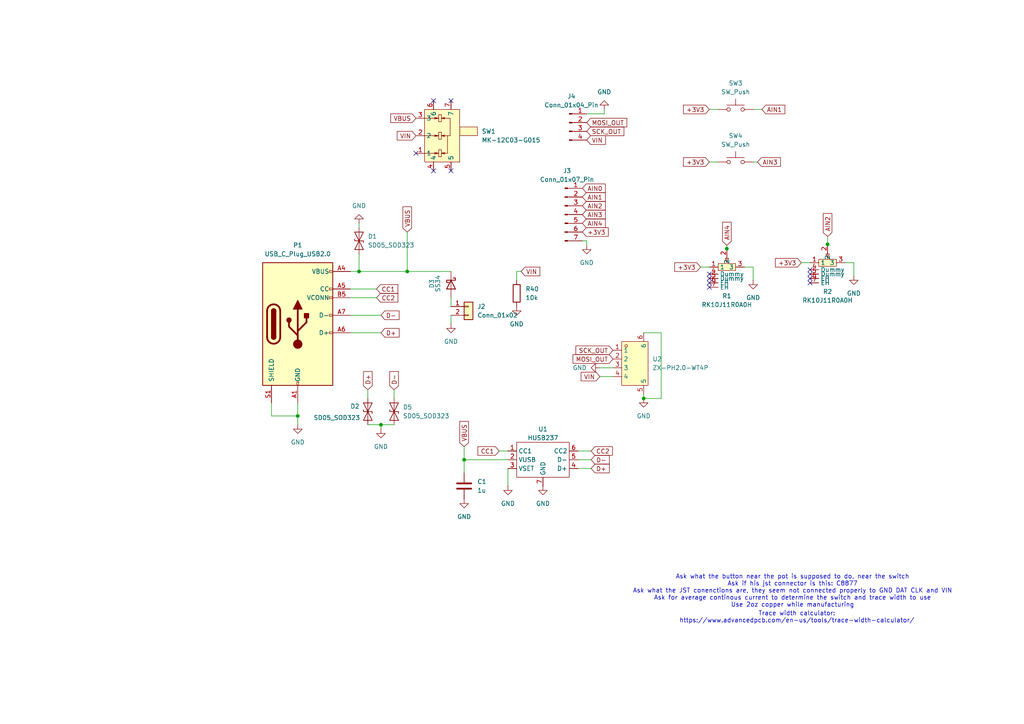
<source format=kicad_sch>
(kicad_sch (version 20250114) (generator "eeschema") (generator_version "9.0")
  (paper "A4")
  (lib_symbols
    (symbol "Connector:Conn_01x04_Pin" (pin_names (offset 1.016) (hide yes))
      (property "Reference" "J" (at 0 5.08 0))
      (property "Value" "Conn_01x04_Pin" (at 0 -7.62 0))
      (symbol "Conn_01x04_Pin_1_1"
        (rectangle (start 0.8636 2.667) (end 0 2.413) (stroke (width 0.1524)) (fill (type outline)))
        (rectangle (start 0.8636 0.127) (end 0 -0.127) (stroke (width 0.1524)) (fill (type outline)))
        (rectangle (start 0.8636 -2.413) (end 0 -2.667) (stroke (width 0.1524)) (fill (type outline)))
        (rectangle (start 0.8636 -4.953) (end 0 -5.207) (stroke (width 0.1524)) (fill (type outline)))
        (polyline (pts (xy 1.27 2.54) (xy 0.8636 2.54)) (stroke (width 0.1524)))
        (polyline (pts (xy 1.27 0) (xy 0.8636 0)) (stroke (width 0.1524)))
        (polyline (pts (xy 1.27 -2.54) (xy 0.8636 -2.54)) (stroke (width 0.1524)))
        (polyline (pts (xy 1.27 -5.08) (xy 0.8636 -5.08)) (stroke (width 0.1524)))
        (pin passive line (at 5.08 2.54 180) (length 3.81) (name "Pin_1") (number "1"))
        (pin passive line (at 5.08 0 180) (length 3.81) (name "Pin_2") (number "2"))
        (pin passive line (at 5.08 -2.54 180) (length 3.81) (name "Pin_3") (number "3"))
        (pin passive line (at 5.08 -5.08 180) (length 3.81) (name "Pin_4") (number "4"))
      )
    )
    (symbol "Connector:Conn_01x07_Pin" (pin_names (offset 1.016) (hide yes))
      (property "Reference" "J" (at 0 10.16 0))
      (property "Value" "Conn_01x07_Pin" (at 0 -10.16 0))
      (symbol "Conn_01x07_Pin_1_1"
        (rectangle (start 0.8636 7.747) (end 0 7.493) (stroke (width 0.1524)) (fill (type outline)))
        (rectangle (start 0.8636 5.207) (end 0 4.953) (stroke (width 0.1524)) (fill (type outline)))
        (rectangle (start 0.8636 2.667) (end 0 2.413) (stroke (width 0.1524)) (fill (type outline)))
        (rectangle (start 0.8636 0.127) (end 0 -0.127) (stroke (width 0.1524)) (fill (type outline)))
        (rectangle (start 0.8636 -2.413) (end 0 -2.667) (stroke (width 0.1524)) (fill (type outline)))
        (rectangle (start 0.8636 -4.953) (end 0 -5.207) (stroke (width 0.1524)) (fill (type outline)))
        (rectangle (start 0.8636 -7.493) (end 0 -7.747) (stroke (width 0.1524)) (fill (type outline)))
        (polyline (pts (xy 1.27 7.62) (xy 0.8636 7.62)) (stroke (width 0.1524)))
        (polyline (pts (xy 1.27 5.08) (xy 0.8636 5.08)) (stroke (width 0.1524)))
        (polyline (pts (xy 1.27 2.54) (xy 0.8636 2.54)) (stroke (width 0.1524)))
        (polyline (pts (xy 1.27 0) (xy 0.8636 0)) (stroke (width 0.1524)))
        (polyline (pts (xy 1.27 -2.54) (xy 0.8636 -2.54)) (stroke (width 0.1524)))
        (polyline (pts (xy 1.27 -5.08) (xy 0.8636 -5.08)) (stroke (width 0.1524)))
        (polyline (pts (xy 1.27 -7.62) (xy 0.8636 -7.62)) (stroke (width 0.1524)))
        (pin passive line (at 5.08 7.62 180) (length 3.81) (name "Pin_1") (number "1"))
        (pin passive line (at 5.08 5.08 180) (length 3.81) (name "Pin_2") (number "2"))
        (pin passive line (at 5.08 2.54 180) (length 3.81) (name "Pin_3") (number "3"))
        (pin passive line (at 5.08 0 180) (length 3.81) (name "Pin_4") (number "4"))
        (pin passive line (at 5.08 -2.54 180) (length 3.81) (name "Pin_5") (number "5"))
        (pin passive line (at 5.08 -5.08 180) (length 3.81) (name "Pin_6") (number "6"))
        (pin passive line (at 5.08 -7.62 180) (length 3.81) (name "Pin_7") (number "7"))
      )
    )
    (symbol "Connector:USB_C_Plug_USB2.0" (pin_names (offset 1.016))
      (property "Reference" "P" (at -10.16 19.05 0))
      (property "Value" "USB_C_Plug_USB2.0" (at 12.7 19.05 0))
      (symbol "USB_C_Plug_USB2.0_0_0"
        (rectangle (start -0.254 -17.78) (end 0.254 -16.764))
        (rectangle (start 10.16 15.494) (end 9.144 14.986))
        (rectangle (start 10.16 10.414) (end 9.144 9.906))
        (rectangle (start 10.16 7.874) (end 9.144 7.366))
        (rectangle (start 10.16 2.794) (end 9.144 2.286))
        (rectangle (start 10.16 -2.286) (end 9.144 -2.794))
      )
      (symbol "USB_C_Plug_USB2.0_0_1"
        (rectangle (start -10.16 17.78) (end 10.16 -17.78) (stroke (width 0.254)) (fill (type background)))
        (polyline (pts (xy -8.89 -3.81) (xy -8.89 3.81)) (stroke (width 0.508)))
        (rectangle (start -7.62 -3.81) (end -6.35 3.81) (stroke (width 0.254)) (fill (type outline)))
        (arc (start -7.62 3.81) (mid -6.985 4.4423) (end -6.35 3.81) (stroke (width 0.254)))
        (arc (start -7.62 3.81) (mid -6.985 4.4423) (end -6.35 3.81) (stroke (width 0.254)) (fill (type outline)))
        (arc (start -8.89 3.81) (mid -6.985 5.7067) (end -5.08 3.81) (stroke (width 0.508)))
        (arc (start -5.08 -3.81) (mid -6.985 -5.7067) (end -8.89 -3.81) (stroke (width 0.508)))
        (arc (start -6.35 -3.81) (mid -6.985 -4.4423) (end -7.62 -3.81) (stroke (width 0.254)))
        (arc (start -6.35 -3.81) (mid -6.985 -4.4423) (end -7.62 -3.81) (stroke (width 0.254)) (fill (type outline)))
        (polyline (pts (xy -5.08 3.81) (xy -5.08 -3.81)) (stroke (width 0.508)))
        (circle (center -2.54 1.143) (radius 0.635) (stroke (width 0.254)) (fill (type outline)))
        (polyline (pts (xy -1.27 4.318) (xy 0 6.858) (xy 1.27 4.318) (xy -1.27 4.318)) (stroke (width 0.254)) (fill (type outline)))
        (polyline (pts (xy 0 -2.032) (xy 2.54 0.508) (xy 2.54 1.778)) (stroke (width 0.508)))
        (polyline (pts (xy 0 -3.302) (xy -2.54 -0.762) (xy -2.54 0.508)) (stroke (width 0.508)))
        (polyline (pts (xy 0 -5.842) (xy 0 4.318)) (stroke (width 0.508)))
        (circle (center 0 -5.842) (radius 1.27) (fill (type outline)))
        (rectangle (start 1.905 1.778) (end 3.175 3.048) (stroke (width 0.254)) (fill (type outline)))
      )
      (symbol "USB_C_Plug_USB2.0_1_1"
        (pin passive line (at -7.62 -22.86 90) (length 5.08) (name "SHIELD") (number "S1"))
        (pin passive line (at 0 -22.86 90) (length 5.08) (name "GND") (number "A1"))
        (pin passive line (at 0 -22.86 90) (length 5.08) (hide yes) (name "GND") (number "A12"))
        (pin passive line (at 0 -22.86 90) (length 5.08) (hide yes) (name "GND") (number "B1"))
        (pin passive line (at 0 -22.86 90) (length 5.08) (hide yes) (name "GND") (number "B12"))
        (pin passive line (at 15.24 15.24 180) (length 5.08) (name "VBUS") (number "A4"))
        (pin passive line (at 15.24 15.24 180) (length 5.08) (hide yes) (name "VBUS") (number "A9"))
        (pin passive line (at 15.24 15.24 180) (length 5.08) (hide yes) (name "VBUS") (number "B4"))
        (pin passive line (at 15.24 15.24 180) (length 5.08) (hide yes) (name "VBUS") (number "B9"))
        (pin bidirectional line (at 15.24 10.16 180) (length 5.08) (name "CC") (number "A5"))
        (pin bidirectional line (at 15.24 7.62 180) (length 5.08) (name "VCONN") (number "B5"))
        (pin bidirectional line (at 15.24 2.54 180) (length 5.08) (name "D-") (number "A7"))
        (pin bidirectional line (at 15.24 -2.54 180) (length 5.08) (name "D+") (number "A6"))
      )
    )
    (symbol "Connector_Generic:Conn_01x02" (pin_names (offset 1.016) (hide yes))
      (property "Reference" "J" (at 0 2.54 0))
      (property "Value" "Conn_01x02" (at 0 -5.08 0))
      (symbol "Conn_01x02_1_1"
        (rectangle (start -1.27 1.27) (end 1.27 -3.81) (stroke (width 0.254)) (fill (type background)))
        (rectangle (start -1.27 0.127) (end 0 -0.127) (stroke (width 0.1524)))
        (rectangle (start -1.27 -2.413) (end 0 -2.667) (stroke (width 0.1524)))
        (pin passive line (at -5.08 0 0) (length 3.81) (name "Pin_1") (number "1"))
        (pin passive line (at -5.08 -2.54 0) (length 3.81) (name "Pin_2") (number "2"))
      )
    )
    (symbol "Device:C" (pin_numbers (hide yes)) (pin_names (offset 0.254))
      (property "Reference" "C" (at 0.635 2.54 0))
      (property "Value" "C" (at 0.635 -2.54 0))
      (symbol "C_0_1"
        (polyline (pts (xy -2.032 0.762) (xy 2.032 0.762)) (stroke (width 0.508)))
        (polyline (pts (xy -2.032 -0.762) (xy 2.032 -0.762)) (stroke (width 0.508)))
      )
      (symbol "C_1_1"
        (pin passive line (at 0 3.81 270) (length 2.794) (name "~") (number "1"))
        (pin passive line (at 0 -3.81 90) (length 2.794) (name "~") (number "2"))
      )
    )
    (symbol "Device:R" (pin_numbers (hide yes)) (pin_names (offset 0))
      (property "Reference" "R" (at 2.032 0 90))
      (property "Value" "R" (at 0 0 90))
      (symbol "R_0_1"
        (rectangle (start -1.016 -2.54) (end 1.016 2.54) (stroke (width 0.254)))
      )
      (symbol "R_1_1"
        (pin passive line (at 0 3.81 270) (length 1.27) (name "~") (number "1"))
        (pin passive line (at 0 -3.81 90) (length 1.27) (name "~") (number "2"))
      )
    )
    (symbol "Diode:SD05_SOD323" (pin_numbers (hide yes)) (pin_names (offset 1.016) (hide yes))
      (property "Reference" "D" (at 0 2.54 0))
      (property "Value" "SD05_SOD323" (at 0 -2.54 0))
      (symbol "SD05_SOD323_0_1"
        (polyline (pts (xy -2.54 -1.27) (xy 0 0) (xy -2.54 1.27) (xy -2.54 -1.27)) (stroke (width 0.2032)))
        (polyline (pts (xy 0.508 1.27) (xy 0 1.27) (xy 0 -1.27) (xy -0.508 -1.27)) (stroke (width 0.2032)))
        (polyline (pts (xy 1.27 0) (xy -1.27 0)))
        (polyline (pts (xy 2.54 1.27) (xy 2.54 -1.27) (xy 0 0) (xy 2.54 1.27)) (stroke (width 0.2032)))
      )
      (symbol "SD05_SOD323_1_1"
        (pin passive line (at -3.81 0 0) (length 2.54) (name "A1") (number "1"))
        (pin passive line (at 3.81 0 180) (length 2.54) (name "A2") (number "2"))
      )
    )
    (symbol "Diode:SS34" (pin_numbers (hide yes)) (pin_names (offset 1.016) (hide yes))
      (property "Reference" "D" (at 0 2.54 0))
      (property "Value" "SS34" (at 0 -2.54 0))
      (symbol "SS34_0_1"
        (polyline (pts (xy -1.905 0.635) (xy -1.905 1.27) (xy -1.27 1.27) (xy -1.27 -1.27) (xy -0.635 -1.27) (xy -0.635 -0.635)) (stroke (width 0.254)))
        (polyline (pts (xy 1.27 1.27) (xy 1.27 -1.27) (xy -1.27 0) (xy 1.27 1.27)) (stroke (width 0.254)))
        (polyline (pts (xy 1.27 0) (xy -1.27 0)))
      )
      (symbol "SS34_1_1"
        (pin passive line (at -3.81 0 0) (length 2.54) (name "K") (number "1"))
        (pin passive line (at 3.81 0 180) (length 2.54) (name "A") (number "2"))
      )
    )
    (symbol "Switch:SW_Push" (pin_numbers (hide yes)) (pin_names (offset 1.016) (hide yes))
      (property "Reference" "SW" (at 1.27 2.54 0))
      (property "Value" "SW_Push" (at 0 -1.524 0))
      (symbol "SW_Push_0_1"
        (circle (center -2.032 0) (radius 0.508))
        (polyline (pts (xy 0 1.27) (xy 0 3.048)))
        (circle (center 2.032 0) (radius 0.508))
        (polyline (pts (xy 2.54 1.27) (xy -2.54 1.27)))
        (pin passive line (at -5.08 0 0) (length 2.54) (name "1") (number "1"))
        (pin passive line (at 5.08 0 180) (length 2.54) (name "2") (number "2"))
      )
    )
    (symbol "easyeda2kicad:MK-12C03-G015"
      (property "Reference" "SW" (at 0 12.7 0))
      (property "Value" "MK-12C03-G015" (at 0 -7.62 0))
      (symbol "MK-12C03-G015_0_1"
        (rectangle (start -7.62 5.08) (end 7.62 -5.08) (fill (type background)))
        (rectangle (start -6.1 1.02) (end -4.06 0.25) (fill (type background)))
        (polyline (pts (xy -5.08 5.08) (xy -5.08 1.02) (xy -4.83 2.29)))
        (polyline (pts (xy -5.08 1.02) (xy -5.33 2.29)))
        (polyline (pts (xy -5.08 0.25) (xy -4.83 -0.76)))
        (rectangle (start -1.02 1.02) (end 1.02 0.25) (fill (type background)))
        (polyline (pts (xy 0 5.08) (xy 0 1.02) (xy 0.25 2.29)))
        (polyline (pts (xy 0 1.02) (xy -0.25 2.29)))
        (polyline (pts (xy 0 -1.52) (xy -5.08 -1.52) (xy -5.08 0) (xy -5.08 0.25) (xy -5.33 -0.76)))
        (rectangle (start 0 -5.08) (end 2.54 -10.16) (fill (type background)))
        (polyline (pts (xy 0.25 -0.76) (xy 0 0.25)))
        (rectangle (start 4.06 1.02) (end 6.1 0.25) (fill (type background)))
        (polyline (pts (xy 5.08 5.08) (xy 5.08 1.02) (xy 5.33 2.29)))
        (polyline (pts (xy 5.08 1.02) (xy 4.83 2.29)))
        (polyline (pts (xy 5.08 0.25) (xy 4.83 -0.76)))
        (polyline (pts (xy 5.08 0.25) (xy 5.33 -0.76)))
        (polyline (pts (xy 5.08 0.25) (xy 5.08 -2.29) (xy 0 -2.29) (xy 0 0.25) (xy -0.25 -0.76)))
        (pin unspecified line (at -10.16 2.54 0) (length 2.54) (name "4") (number "4"))
        (pin unspecified line (at -10.16 -2.54 0) (length 2.54) (name "5") (number "5"))
        (pin unspecified line (at -5.08 7.62 270) (length 2.54) (name "1") (number "1"))
        (pin unspecified line (at 0 7.62 270) (length 2.54) (name "2") (number "2"))
        (pin unspecified line (at 5.08 7.62 270) (length 2.54) (name "3") (number "3"))
        (pin unspecified line (at 10.16 2.54 180) (length 2.54) (name "6") (number "6"))
        (pin unspecified line (at 10.16 -2.54 180) (length 2.54) (name "7") (number "7"))
      )
    )
    (symbol "easyeda2kicad:RK10J11R0A0H"
      (property "Reference" "R" (at 0 8.64 0))
      (property "Value" "RK10J11R0A0H" (at 0 -12.7 0))
      (symbol "RK10J11R0A0H_0_1"
        (rectangle (start -2.54 -0.76) (end 2.54 -2.79) (fill (type background)))
        (polyline (pts (xy 0 -0.25) (xy 0 1.02)))
        (polyline (pts (xy 0.51 0.76) (xy 0 -0.51) (xy -0.51 0.76) (xy 0.51 0.76)) (fill (type background)))
        (pin input line (at -5.08 -1.78 0) (length 2.54) (name "1") (number "1"))
        (pin input line (at -5.08 -3.81 0) (length 2.54) (name "Dummy") (number "4"))
        (pin input line (at -5.08 -5.08 0) (length 2.54) (name "Dummy") (number "5"))
        (pin input line (at -5.08 -6.35 0) (length 2.54) (name "EH") (number "6"))
        (pin input line (at -5.08 -7.62 0) (length 2.54) (name "EH") (number "7"))
        (pin input line (at 0 3.56 270) (length 2.54) (name "2") (number "2"))
        (pin input line (at 5.08 -1.78 180) (length 2.54) (name "3") (number "3"))
      )
    )
    (symbol "easyeda2kicad:ZX-PH2.0-WT4P"
      (property "Reference" "U" (at 0 13.97 0))
      (property "Value" "ZX-PH2.0-WT4P" (at 0 -13.97 0))
      (symbol "ZX-PH2.0-WT4P_0_1"
        (rectangle (start -2.54 6.35) (end 5.08 -6.35) (fill (type background)))
        (circle (center -1.27 5.08) (radius 0.38))
        (pin unspecified line (at -5.08 3.81 0) (length 2.54) (name "1") (number "1"))
        (pin unspecified line (at -5.08 1.27 0) (length 2.54) (name "2") (number "2"))
        (pin unspecified line (at -5.08 -1.27 0) (length 2.54) (name "3") (number "3"))
        (pin unspecified line (at -5.08 -3.81 0) (length 2.54) (name "4") (number "4"))
        (pin unspecified line (at 3.81 8.89 270) (length 2.54) (name "6") (number "6"))
        (pin unspecified line (at 3.81 -8.89 90) (length 2.54) (name "5") (number "5"))
      )
    )
    (symbol "extra_components:HUSB237"
      (property "Reference" "U" (at 0 1.27 0))
      (symbol "HUSB237_0_1"
        (rectangle (start -7.62 5.08) (end 7.62 -5.08))
      )
      (symbol "HUSB237_1_1"
        (pin input line (at -10.16 2.54 0) (length 2.54) (name "CC1") (number "1"))
        (pin power_in line (at -10.16 0 0) (length 2.54) (name "VUSB") (number "2"))
        (pin tri_state line (at -10.16 -2.54 0) (length 2.54) (name "VSET") (number "3"))
        (pin power_out line (at 0 -7.62 90) (length 2.54) (name "GND") (number "7"))
        (pin input line (at 10.16 2.54 180) (length 2.54) (name "CC2") (number "6"))
        (pin input line (at 10.16 0 180) (length 2.54) (name "D-") (number "5"))
        (pin input line (at 10.16 -2.54 180) (length 2.54) (name "D+") (number "4"))
      )
    )
    (symbol "power:GND" (power) (pin_numbers (hide yes)) (pin_names (offset 0) (hide yes))
      (property "Value" "GND" (at 0 -3.81 0))
      (symbol "GND_0_1"
        (polyline (pts (xy 0 0) (xy 0 -1.27) (xy 1.27 -1.27) (xy 0 -2.54) (xy -1.27 -1.27) (xy 0 -1.27)))
      )
      (symbol "GND_1_1"
        (pin power_in line (at 0 0 270) (length 0) (name "~") (number "1"))
      )
    )
  )
  (text "Trace width calculator:\nhttps://www.advancedpcb.com/en-us/tools/trace-width-calculator/" (at 231.14 179.07 0) (effects (font (size 1.27 1.27))))
  (text "Ask what the button near the pot is supposed to do, near the switch\nAsk if his jst connector is this: C8877\nAsk what the JST conenctions are, they seem not connected properly to GND DAT CLK and VIN\nAsk for average continous current to determine the switch and trace width to use\nUse 2oz copper while manufacturing" (exclude_from_sim yes) (at 229.87 171.45 0) (effects (font (size 1.27 1.27))))
  (junction (at 240.03 70.86))
  (junction (at 210.82 72.13))
  (junction (at 134.62 133.35))
  (junction (at 118.11 78.74))
  (junction (at 110.49 123.19))
  (junction (at 104.14 78.74))
  (junction (at 86.36 120.65))
  (junction (at 186.69 115.57))
  (no_connect (at 234.95 80.77))
  (no_connect (at 120.65 44.45))
  (no_connect (at 125.73 29.21))
  (no_connect (at 130.81 29.21))
  (no_connect (at 130.81 49.53))
  (no_connect (at 234.95 79.5))
  (no_connect (at 234.95 82.04))
  (no_connect (at 234.95 78.23))
  (no_connect (at 205.74 83.31))
  (no_connect (at 125.73 49.53))
  (no_connect (at 205.74 82.04))
  (no_connect (at 205.74 79.5))
  (no_connect (at 205.74 80.77))
  (wire (pts (xy 240.03 68.58) (xy 240.03 70.86)))
  (wire (pts (xy 220.98 31.75) (xy 218.44 31.75)))
  (wire (pts (xy 78.74 116.84) (xy 78.74 120.65)))
  (wire (pts (xy 101.6 86.36) (xy 109.22 86.36)))
  (wire (pts (xy 191.77 115.57) (xy 186.69 115.57)))
  (wire (pts (xy 240.03 70.86) (xy 240.03 71.12)))
  (wire (pts (xy 247.65 76.2) (xy 247.65 80.01)))
  (wire (pts (xy 186.69 114.3) (xy 186.69 115.57)))
  (wire (pts (xy 147.32 135.89) (xy 147.32 140.97)))
  (wire (pts (xy 110.49 123.19) (xy 110.49 124.46)))
  (wire (pts (xy 130.81 86.36) (xy 130.81 88.9)))
  (wire (pts (xy 210.82 71.12) (xy 210.82 72.13)))
  (wire (pts (xy 218.44 46.99) (xy 219.71 46.99)))
  (wire (pts (xy 215.9 77.47) (xy 218.44 77.47)))
  (wire (pts (xy 205.74 31.75) (xy 208.28 31.75)))
  (wire (pts (xy 144.78 130.81) (xy 147.32 130.81)))
  (wire (pts (xy 203.2 77.47) (xy 205.74 77.47)))
  (wire (pts (xy 104.14 73.66) (xy 104.14 78.74)))
  (wire (pts (xy 175.26 33.02) (xy 175.26 31.75)))
  (wire (pts (xy 191.77 96.52) (xy 191.77 115.57)))
  (wire (pts (xy 104.14 64.77) (xy 104.14 66.04)))
  (wire (pts (xy 186.69 96.52) (xy 191.77 96.52)))
  (wire (pts (xy 232.41 76.2) (xy 234.95 76.2)))
  (wire (pts (xy 106.68 113.03) (xy 106.68 115.57)))
  (wire (pts (xy 210.82 72.13) (xy 210.82 72.39)))
  (wire (pts (xy 104.14 78.74) (xy 118.11 78.74)))
  (wire (pts (xy 173.99 109.22) (xy 177.8 109.22)))
  (wire (pts (xy 86.36 116.84) (xy 86.36 120.65)))
  (wire (pts (xy 167.64 133.35) (xy 171.45 133.35)))
  (wire (pts (xy 149.86 81.28) (xy 149.86 78.74)))
  (wire (pts (xy 101.6 91.44) (xy 110.49 91.44)))
  (wire (pts (xy 101.6 83.82) (xy 109.22 83.82)))
  (wire (pts (xy 245.11 76.2) (xy 247.65 76.2)))
  (wire (pts (xy 86.36 120.65) (xy 86.36 123.19)))
  (wire (pts (xy 78.74 120.65) (xy 86.36 120.65)))
  (wire (pts (xy 168.91 69.85) (xy 170.18 69.85)))
  (wire (pts (xy 134.62 129.54) (xy 134.62 133.35)))
  (wire (pts (xy 114.3 113.03) (xy 114.3 115.57)))
  (wire (pts (xy 170.18 71.12) (xy 170.18 69.85)))
  (wire (pts (xy 118.11 67.31) (xy 118.11 78.74)))
  (wire (pts (xy 110.49 123.19) (xy 114.3 123.19)))
  (wire (pts (xy 170.18 33.02) (xy 175.26 33.02)))
  (wire (pts (xy 173.99 106.68) (xy 177.8 106.68)))
  (wire (pts (xy 205.74 46.99) (xy 208.28 46.99)))
  (wire (pts (xy 118.11 78.74) (xy 130.81 78.74)))
  (wire (pts (xy 101.6 96.52) (xy 110.49 96.52)))
  (wire (pts (xy 167.64 130.81) (xy 171.45 130.81)))
  (wire (pts (xy 106.68 123.19) (xy 110.49 123.19)))
  (wire (pts (xy 171.45 135.89) (xy 167.64 135.89)))
  (wire (pts (xy 149.86 78.74) (xy 151.13 78.74)))
  (wire (pts (xy 130.81 91.44) (xy 130.81 93.98)))
  (wire (pts (xy 104.14 78.74) (xy 101.6 78.74)))
  (wire (pts (xy 134.62 133.35) (xy 147.32 133.35)))
  (wire (pts (xy 134.62 133.35) (xy 134.62 137.16)))
  (wire (pts (xy 218.44 77.47) (xy 218.44 81.28)))
  (global_label "AIN1" (shape input) (at 220.98 31.75 0) (property "Intersheetrefs" "${INTERSHEET_REFS}" (effects (hide yes))))
  (global_label "VBUS" (shape input) (at 134.62 129.54 90) (property "Intersheetrefs" "${INTERSHEET_REFS}" (effects (hide yes))))
  (global_label "+3V3" (shape input) (at 205.74 46.99 180) (property "Intersheetrefs" "${INTERSHEET_REFS}" (effects (hide yes))))
  (global_label "+3V3" (shape input) (at 203.2 77.47 180) (property "Intersheetrefs" "${INTERSHEET_REFS}" (effects (hide yes))))
  (global_label "CC2" (shape input) (at 109.22 86.36 0) (property "Intersheetrefs" "${INTERSHEET_REFS}" (effects (hide yes))))
  (global_label "VIN" (shape input) (at 120.65 39.37 180) (property "Intersheetrefs" "${INTERSHEET_REFS}" (effects (hide yes))))
  (global_label "+3V3" (shape input) (at 232.41 76.2 180) (property "Intersheetrefs" "${INTERSHEET_REFS}" (effects (hide yes))))
  (global_label "VIN" (shape input) (at 151.13 78.74 0) (property "Intersheetrefs" "${INTERSHEET_REFS}" (effects (hide yes))))
  (global_label "AIN2" (shape input) (at 240.03 68.58 90) (property "Intersheetrefs" "${INTERSHEET_REFS}" (effects (hide yes))))
  (global_label "D+" (shape input) (at 106.68 113.03 90) (property "Intersheetrefs" "${INTERSHEET_REFS}" (effects (hide yes))))
  (global_label "MOSI_OUT" (shape input) (at 170.18 35.56 0) (property "Intersheetrefs" "${INTERSHEET_REFS}" (effects (hide yes))))
  (global_label "VIN" (shape input) (at 170.18 40.64 0) (property "Intersheetrefs" "${INTERSHEET_REFS}" (effects (hide yes))))
  (global_label "+3V3" (shape input) (at 168.91 67.31 0) (property "Intersheetrefs" "${INTERSHEET_REFS}" (effects (hide yes))))
  (global_label "D+" (shape input) (at 110.49 96.52 0) (property "Intersheetrefs" "${INTERSHEET_REFS}" (effects (hide yes))))
  (global_label "AIN4" (shape input) (at 210.82 71.12 90) (property "Intersheetrefs" "${INTERSHEET_REFS}" (effects (hide yes))))
  (global_label "+3V3" (shape input) (at 205.74 31.75 180) (property "Intersheetrefs" "${INTERSHEET_REFS}" (effects (hide yes))))
  (global_label "MOSI_OUT" (shape input) (at 177.8 104.14 180) (property "Intersheetrefs" "${INTERSHEET_REFS}" (effects (hide yes))))
  (global_label "AIN2" (shape input) (at 168.91 59.69 0) (property "Intersheetrefs" "${INTERSHEET_REFS}" (effects (hide yes))))
  (global_label "AIN3" (shape input) (at 219.71 46.99 0) (property "Intersheetrefs" "${INTERSHEET_REFS}" (effects (hide yes))))
  (global_label "AIN4" (shape input) (at 168.91 64.77 0) (property "Intersheetrefs" "${INTERSHEET_REFS}" (effects (hide yes))))
  (global_label "VIN" (shape input) (at 173.99 109.22 180) (property "Intersheetrefs" "${INTERSHEET_REFS}" (effects (hide yes))))
  (global_label "D+" (shape input) (at 171.45 135.89 0) (property "Intersheetrefs" "${INTERSHEET_REFS}" (effects (hide yes))))
  (global_label "AIN3" (shape input) (at 168.91 62.23 0) (property "Intersheetrefs" "${INTERSHEET_REFS}" (effects (hide yes))))
  (global_label "AIN0" (shape input) (at 168.91 54.61 0) (property "Intersheetrefs" "${INTERSHEET_REFS}" (effects (hide yes))))
  (global_label "SCK_OUT" (shape input) (at 177.8 101.6 180) (property "Intersheetrefs" "${INTERSHEET_REFS}" (effects (hide yes))))
  (global_label "VBUS" (shape input) (at 118.11 67.31 90) (property "Intersheetrefs" "${INTERSHEET_REFS}" (effects (hide yes))))
  (global_label "D-" (shape input) (at 171.45 133.35 0) (property "Intersheetrefs" "${INTERSHEET_REFS}" (effects (hide yes))))
  (global_label "D-" (shape input) (at 110.49 91.44 0) (property "Intersheetrefs" "${INTERSHEET_REFS}" (effects (hide yes))))
  (global_label "D-" (shape input) (at 114.3 113.03 90) (property "Intersheetrefs" "${INTERSHEET_REFS}" (effects (hide yes))))
  (global_label "VBUS" (shape input) (at 120.65 34.29 180) (property "Intersheetrefs" "${INTERSHEET_REFS}" (effects (hide yes))))
  (global_label "CC2" (shape input) (at 171.45 130.81 0) (property "Intersheetrefs" "${INTERSHEET_REFS}" (effects (hide yes))))
  (global_label "SCK_OUT" (shape input) (at 170.18 38.1 0) (property "Intersheetrefs" "${INTERSHEET_REFS}" (effects (hide yes))))
  (global_label "CC1" (shape input) (at 144.78 130.81 180) (property "Intersheetrefs" "${INTERSHEET_REFS}" (effects (hide yes))))
  (global_label "CC1" (shape input) (at 109.22 83.82 0) (property "Intersheetrefs" "${INTERSHEET_REFS}" (effects (hide yes))))
  (global_label "AIN1" (shape input) (at 168.91 57.15 0) (property "Intersheetrefs" "${INTERSHEET_REFS}" (effects (hide yes))))
  (symbol (lib_id "power:GND") (at 110.49 124.46 0) (unit 1)
    (property "Reference" "#PWR021" (effects (hide yes)))
    (property "Value" "GND" (at 110.49 129.54 0))
    (property "Description" "Power symbol creates a global label with name \"GND\" , ground" (effects (hide yes)))
  )
  (symbol (lib_id "easyeda2kicad:ZX-PH2.0-WT4P") (at 182.88 105.41 0) (unit 1)
    (property "Reference" "U2" (at 189.23 104.1399 0) (effects (justify left)))
    (property "Value" "ZX-PH2.0-WT4P" (at 189.23 106.6799 0) (effects (justify left)))
    (property "Footprint" "easyeda2kicad:CONN-SMD_4P-P2.00_C2001RS10411M0101RC" (effects (hide yes)))
    (property "LCSC Part" "C7429691" (effects (hide yes)))
  )
  (symbol (lib_id "Connector_Generic:Conn_01x02") (at 135.89 88.9 0) (unit 1)
    (property "Reference" "J2" (at 138.43 88.8999 0) (effects (justify left)))
    (property "Value" "Conn_01x02" (at 138.43 91.4399 0) (effects (justify left)))
    (property "Footprint" "Connector_PinHeader_2.54mm:PinHeader_1x02_P2.54mm_Vertical" (effects (hide yes)))
    (property "Description" "Generic connector, single row, 01x02, script generated (kicad-library-utils/schlib/autogen/connector/)" (effects (hide yes)))
  )
  (symbol (lib_id "Switch:SW_Push") (at 213.36 46.99 0) (unit 1)
    (property "Reference" "SW4" (at 213.36 39.37 0))
    (property "Value" "SW_Push" (at 213.36 41.91 0))
    (property "Footprint" "switchLibrary:K2-1114SA-A4SW-06" (effects (hide yes)))
    (property "Datasheet" "https://www.lcsc.com/datasheet/lcsc_datasheet_1810061013_Korean-Hroparts-Elec-K2-1114SA-A4SW-06_C136662.pdf" (effects (hide yes)))
    (property "Description" "3.5mm 1.65mm Rectangle button 50mA Horizontal attachment 4.8mm SPST 100000 Times 250gf 12V SMD Tactile Switches ROHS" (effects (hide yes)))
    (property "LCSC Part" "C136662" (effects (hide yes)))
    (property "Mfr Part" "K2-1114SA-A4SW-06" (effects (hide yes)))
  )
  (symbol (lib_id "power:GND") (at 247.65 80.01 0) (unit 1)
    (property "Reference" "#PWR026" (effects (hide yes)))
    (property "Value" "GND" (at 247.65 85.09 0))
    (property "Description" "Power symbol creates a global label with name \"GND\" , ground" (effects (hide yes)))
  )
  (symbol (lib_id "power:GND") (at 147.32 140.97 0) (unit 1)
    (property "Reference" "#PWR064" (effects (hide yes)))
    (property "Value" "GND" (at 147.32 146.05 0))
    (property "Description" "Power symbol creates a global label with name \"GND\" , ground" (effects (hide yes)))
  )
  (symbol (lib_id "power:GND") (at 157.48 140.97 0) (unit 1)
    (property "Reference" "#PWR062" (effects (hide yes)))
    (property "Value" "GND" (at 157.48 146.05 0))
    (property "Description" "Power symbol creates a global label with name \"GND\" , ground" (effects (hide yes)))
  )
  (symbol (lib_id "power:GND") (at 218.44 81.28 0) (unit 1)
    (property "Reference" "#PWR025" (effects (hide yes)))
    (property "Value" "GND" (at 218.44 86.36 0))
    (property "Description" "Power symbol creates a global label with name \"GND\" , ground" (effects (hide yes)))
  )
  (symbol (lib_id "Device:C") (at 134.62 140.97 0) (unit 1)
    (property "Reference" "C1" (at 138.43 139.6999 0) (effects (justify left)))
    (property "Value" "1u" (at 138.43 142.2399 0) (effects (justify left)))
    (property "Footprint" "Capacitor_SMD:C_0805_2012Metric" (effects (hide yes)))
    (property "Description" "Unpolarized capacitor" (effects (hide yes)))
  )
  (symbol (lib_id "easyeda2kicad:RK10J11R0A0H") (at 240.03 74.42 0) (unit 1)
    (property "Reference" "R2" (at 240.03 84.58 0))
    (property "Value" "RK10J11R0A0H" (at 240.03 87.12 0))
    (property "Footprint" "easyeda2kicad:RES-SMD_RK10J11R0A0H" (effects (hide yes)))
    (property "LCSC Part" "C470766" (effects (hide yes)))
  )
  (symbol (lib_id "extra_components:HUSB237") (at 157.48 133.35 0) (unit 1)
    (property "Reference" "U1" (at 157.48 124.46 0))
    (property "Value" "HUSB237" (at 157.48 127 0))
    (property "Footprint" "Package_DFN_QFN:DFN-6-1EP_2x2mm_P0.65mm_EP1.01x1.7mm" (effects (hide yes)))
    (property "LCSC Part" "C22373734" (effects (hide yes)))
  )
  (symbol (lib_id "power:GND") (at 104.14 64.77 180) (unit 1)
    (property "Reference" "#PWR020" (effects (hide yes)))
    (property "Value" "GND" (at 104.14 59.69 0))
    (property "Description" "Power symbol creates a global label with name \"GND\" , ground" (effects (hide yes)))
  )
  (symbol (lib_id "Diode:SD05_SOD323") (at 106.68 119.38 90) (unit 1)
    (property "Reference" "D2" (at 101.6 117.856 90) (effects (justify right)))
    (property "Value" "SD05_SOD323" (at 90.932 121.158 90) (effects (justify right)))
    (property "Footprint" "Diode_SMD:D_SOD-323" (effects (hide yes)))
    (property "Datasheet" "https://www.littelfuse.com/~/media/electronics/datasheets/tvs_diode_arrays/littelfuse_tvs_diode_array_sd_c_datasheet.pdf.pdf" (effects (hide yes)))
    (property "Description" "5V, 450W Discrete Bidirectional TVS Diode, SOD-323" (effects (hide yes)))
  )
  (symbol (lib_id "power:GND") (at 186.69 115.57 0) (unit 1)
    (property "Reference" "#PWR028" (effects (hide yes)))
    (property "Value" "GND" (at 186.69 120.65 0))
    (property "Description" "Power symbol creates a global label with name \"GND\" , ground" (effects (hide yes)))
  )
  (symbol (lib_id "easyeda2kicad:RK10J11R0A0H") (at 210.82 75.69 0) (unit 1)
    (property "Reference" "R1" (at 210.82 85.85 0))
    (property "Value" "RK10J11R0A0H" (at 210.82 88.39 0))
    (property "Footprint" "easyeda2kicad:RES-SMD_RK10J11R0A0H" (effects (hide yes)))
    (property "LCSC Part" "C470766" (effects (hide yes)))
  )
  (symbol (lib_id "power:GND") (at 130.81 93.98 0) (unit 1)
    (property "Reference" "#PWR027" (effects (hide yes)))
    (property "Value" "GND" (at 130.81 99.06 0))
    (property "Description" "Power symbol creates a global label with name \"GND\" , ground" (effects (hide yes)))
  )
  (symbol (lib_id "Diode:SS34") (at 130.81 82.55 270) (unit 1)
    (property "Reference" "D3" (at 125.222 82.296 0))
    (property "Value" "SS34" (at 127 82.2325 0))
    (property "Footprint" "Diode_SMD:D_SMA" (effects (hide yes)))
    (property "Datasheet" "https://www.vishay.com/docs/88751/ss32.pdf" (effects (hide yes)))
    (property "Description" "40V 3A Schottky Diode, SMA" (effects (hide yes)))
    (property "LCSC Part" "C8678" (effects (hide yes)))
  )
  (symbol (lib_id "Device:R") (at 149.86 85.09 180) (unit 1)
    (property "Reference" "R40" (at 152.4 83.8199 0) (effects (justify right)))
    (property "Value" "10k" (at 152.4 86.3599 0) (effects (justify right)))
    (property "Footprint" "Resistor_SMD:R_0603_1608Metric_Pad0.98x0.95mm_HandSolder" (effects (hide yes)))
    (property "Description" "Resistor" (effects (hide yes)))
  )
  (symbol (lib_id "power:GND") (at 86.36 123.19 0) (unit 1)
    (property "Reference" "#PWR061" (effects (hide yes)))
    (property "Value" "GND" (at 86.36 128.27 0))
    (property "Description" "Power symbol creates a global label with name \"GND\" , ground" (effects (hide yes)))
  )
  (symbol (lib_id "Connector:Conn_01x04_Pin") (at 165.1 35.56 0) (unit 1)
    (property "Reference" "J4" (at 165.735 27.94 0))
    (property "Value" "Conn_01x04_Pin" (at 165.735 30.48 0))
    (property "Description" "Generic connector, single row, 01x04, script generated" (effects (hide yes)))
  )
  (symbol (lib_id "Diode:SD05_SOD323") (at 114.3 119.38 90) (unit 1)
    (property "Reference" "D5" (at 116.84 118.1099 90) (effects (justify right)))
    (property "Value" "SD05_SOD323" (at 116.84 120.6499 90) (effects (justify right)))
    (property "Footprint" "Diode_SMD:D_SOD-323" (effects (hide yes)))
    (property "Datasheet" "https://www.littelfuse.com/~/media/electronics/datasheets/tvs_diode_arrays/littelfuse_tvs_diode_array_sd_c_datasheet.pdf.pdf" (effects (hide yes)))
    (property "Description" "5V, 450W Discrete Bidirectional TVS Diode, SOD-323" (effects (hide yes)))
  )
  (symbol (lib_id "Connector:USB_C_Plug_USB2.0") (at 86.36 93.98 0) (unit 1)
    (property "Reference" "P1" (at 86.36 71.12 0))
    (property "Value" "USB_C_Plug_USB2.0" (at 86.36 73.66 0))
    (property "Footprint" "Connector_USB:USB_C_Receptacle_HRO_TYPE-C-31-M-12" (effects (hide yes)))
    (property "Datasheet" "https://www.usb.org/sites/default/files/documents/usb_type-c.zip" (effects (hide yes)))
    (property "Description" "USB 2.0-only Type-C Plug connector" (effects (hide yes)))
    (property "LCSC Part" "C223907" (effects (hide yes)))
    (property "Mfr Part" "TYPE-C-31-M-14" (effects (hide yes)))
  )
  (symbol (lib_id "Connector:Conn_01x07_Pin") (at 163.83 62.23 0) (unit 1)
    (property "Reference" "J3" (at 164.465 49.53 0))
    (property "Value" "Conn_01x07_Pin" (at 164.465 52.07 0))
    (property "Description" "Generic connector, single row, 01x07, script generated" (effects (hide yes)))
  )
  (symbol (lib_id "power:GND") (at 175.26 31.75 180) (unit 1)
    (property "Reference" "#PWR023" (effects (hide yes)))
    (property "Value" "GND" (at 175.26 26.67 0))
    (property "Description" "Power symbol creates a global label with name \"GND\" , ground" (effects (hide yes)))
  )
  (symbol (lib_id "easyeda2kicad:MK-12C03-G015") (at 128.27 39.37 90) (unit 1)
    (property "Reference" "SW1" (at 139.7 38.0999 90) (effects (justify right)))
    (property "Value" "MK-12C03-G015" (at 139.7 40.6399 90) (effects (justify right)))
    (property "Footprint" "easyeda2kicad:SW-SMD_MK-12C03-G015" (effects (hide yes)))
    (property "LCSC Part" "C2890358" (effects (hide yes)))
  )
  (symbol (lib_id "Diode:SD05_SOD323") (at 104.14 69.85 90) (unit 1)
    (property "Reference" "D1" (at 106.68 68.5799 90) (effects (justify right)))
    (property "Value" "SD05_SOD323" (at 106.68 71.1199 90) (effects (justify right)))
    (property "Footprint" "Diode_SMD:D_SOD-323" (effects (hide yes)))
    (property "Datasheet" "https://www.littelfuse.com/~/media/electronics/datasheets/tvs_diode_arrays/littelfuse_tvs_diode_array_sd_c_datasheet.pdf.pdf" (effects (hide yes)))
    (property "Description" "5V, 450W Discrete Bidirectional TVS Diode, SOD-323" (effects (hide yes)))
  )
  (symbol (lib_id "power:GND") (at 149.86 88.9 0) (unit 1)
    (property "Reference" "#PWR022" (effects (hide yes)))
    (property "Value" "GND" (at 149.86 93.98 0))
    (property "Description" "Power symbol creates a global label with name \"GND\" , ground" (effects (hide yes)))
  )
  (symbol (lib_id "power:GND") (at 170.18 71.12 0) (unit 1)
    (property "Reference" "#PWR024" (effects (hide yes)))
    (property "Value" "GND" (at 170.18 76.2 0))
    (property "Description" "Power symbol creates a global label with name \"GND\" , ground" (effects (hide yes)))
  )
  (symbol (lib_id "power:GND") (at 134.62 144.78 0) (unit 1)
    (property "Reference" "#PWR063" (effects (hide yes)))
    (property "Value" "GND" (at 134.62 149.86 0))
    (property "Description" "Power symbol creates a global label with name \"GND\" , ground" (effects (hide yes)))
  )
  (symbol (lib_id "power:GND") (at 173.99 106.68 270) (unit 1)
    (property "Reference" "#PWR029" (effects (hide yes)))
    (property "Value" "GND" (at 170.18 106.6799 90) (effects (justify right)))
    (property "Description" "Power symbol creates a global label with name \"GND\" , ground" (effects (hide yes)))
  )
  (symbol (lib_id "Switch:SW_Push") (at 213.36 31.75 0) (unit 1)
    (property "Reference" "SW3" (at 213.36 24.13 0))
    (property "Value" "SW_Push" (at 213.36 26.67 0))
    (property "Footprint" "switchLibrary:K2-1114SA-A4SW-06" (effects (hide yes)))
    (property "Datasheet" "https://www.lcsc.com/datasheet/lcsc_datasheet_1810061013_Korean-Hroparts-Elec-K2-1114SA-A4SW-06_C136662.pdf" (effects (hide yes)))
    (property "Description" "3.5mm 1.65mm Rectangle button 50mA Horizontal attachment 4.8mm SPST 100000 Times 250gf 12V SMD Tactile Switches ROHS" (effects (hide yes)))
    (property "LCSC Part" "C136662" (effects (hide yes)))
    (property "Mfr Part" "K2-1114SA-A4SW-06" (effects (hide yes)))
  )
)
</source>
